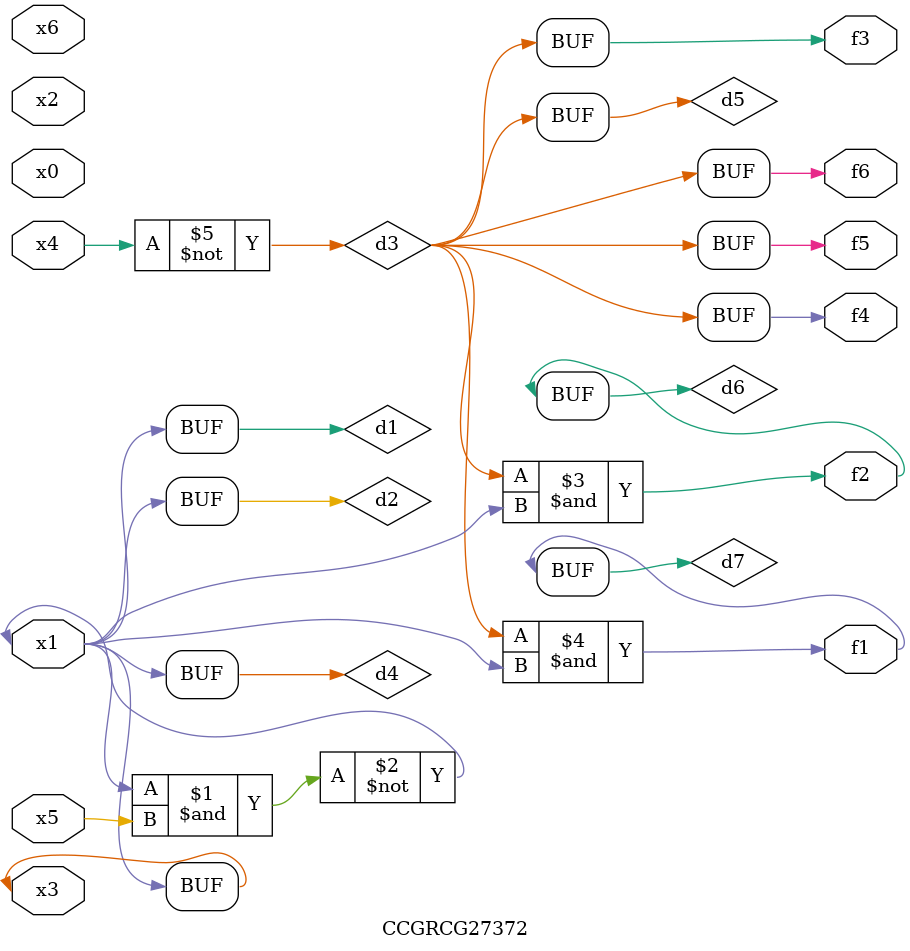
<source format=v>
module CCGRCG27372(
	input x0, x1, x2, x3, x4, x5, x6,
	output f1, f2, f3, f4, f5, f6
);

	wire d1, d2, d3, d4, d5, d6, d7;

	buf (d1, x1, x3);
	nand (d2, x1, x5);
	not (d3, x4);
	buf (d4, d1, d2);
	buf (d5, d3);
	and (d6, d3, d4);
	and (d7, d3, d4);
	assign f1 = d7;
	assign f2 = d6;
	assign f3 = d5;
	assign f4 = d5;
	assign f5 = d5;
	assign f6 = d5;
endmodule

</source>
